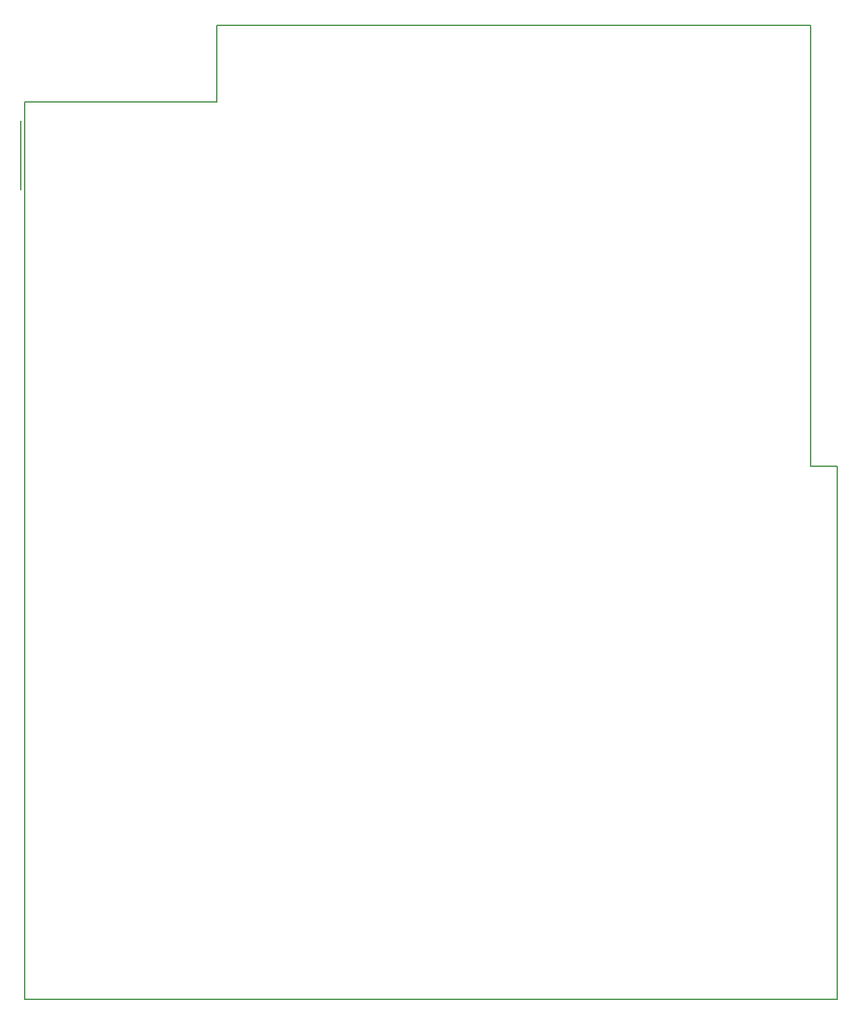
<source format=gm1>
G04 #@! TF.FileFunction,Profile,NP*
%FSLAX46Y46*%
G04 Gerber Fmt 4.6, Leading zero omitted, Abs format (unit mm)*
G04 Created by KiCad (PCBNEW 4.0.2+dfsg1-stable) date fr. 25. okt. 2019 kl. 08.56 +0200*
%MOMM*%
G01*
G04 APERTURE LIST*
%ADD10C,0.100000*%
%ADD11C,0.150000*%
G04 APERTURE END LIST*
D10*
D11*
X266500000Y-144000000D02*
X266500000Y-159000000D01*
X160500000Y-159000000D02*
X266500000Y-159000000D01*
X160500000Y-144500000D02*
X160500000Y-159000000D01*
X188500000Y-32000000D02*
X263000000Y-32000000D01*
X263000000Y-32500000D02*
X263000000Y-32000000D01*
X263000000Y-89500000D02*
X263000000Y-32500000D01*
X266500000Y-89500000D02*
X263000000Y-89500000D01*
X266500000Y-144000000D02*
X266500000Y-89500000D01*
X160500000Y-42000000D02*
X160500000Y-144500000D01*
X161000000Y-42000000D02*
X160500000Y-42000000D01*
X185500000Y-42000000D02*
X161000000Y-42000000D01*
X185500000Y-32000000D02*
X185500000Y-42000000D01*
X188500000Y-32000000D02*
X185500000Y-32000000D01*
X160000000Y-53500000D02*
X160000000Y-44500000D01*
M02*

</source>
